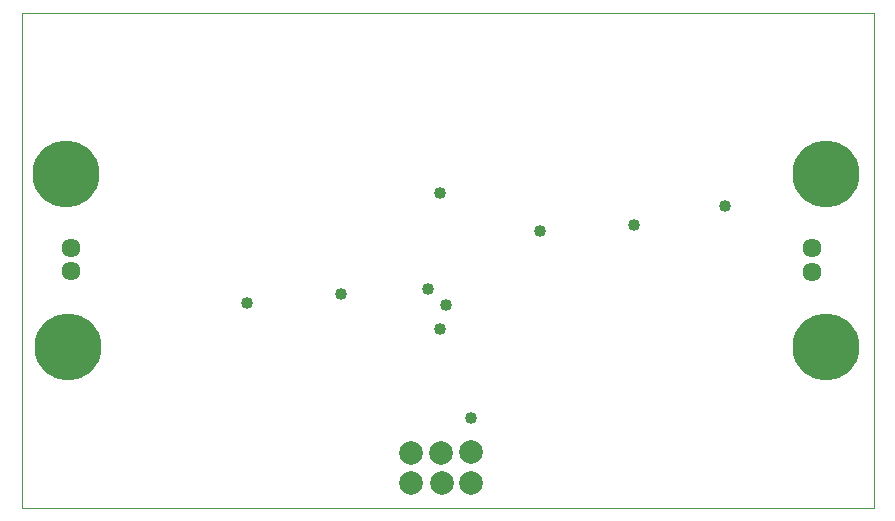
<source format=gbs>
G75*
%MOIN*%
%OFA0B0*%
%FSLAX25Y25*%
%IPPOS*%
%LPD*%
%AMOC8*
5,1,8,0,0,1.08239X$1,22.5*
%
%ADD10C,0.00394*%
%ADD11C,0.07887*%
%ADD12C,0.22300*%
%ADD13C,0.06343*%
%ADD14C,0.04000*%
D10*
X0013386Y0013511D02*
X0297323Y0013511D01*
X0297323Y0178511D01*
X0013386Y0178511D01*
X0013386Y0013511D01*
D11*
X0143205Y0021923D03*
X0153301Y0021943D03*
X0163142Y0021926D03*
X0163002Y0032027D03*
X0153102Y0031969D03*
X0143189Y0031831D03*
D12*
X0028696Y0067095D03*
X0028101Y0124812D03*
X0281394Y0124699D03*
X0281537Y0067175D03*
D13*
X0276620Y0092218D03*
X0276620Y0100092D03*
X0029859Y0100283D03*
X0029859Y0092409D03*
D14*
X0088386Y0081762D03*
X0119675Y0084709D03*
X0148648Y0086391D03*
X0154843Y0081177D03*
X0152751Y0073199D03*
X0163117Y0043481D03*
X0186061Y0105976D03*
X0217382Y0107749D03*
X0247715Y0114291D03*
X0152639Y0118539D03*
M02*

</source>
